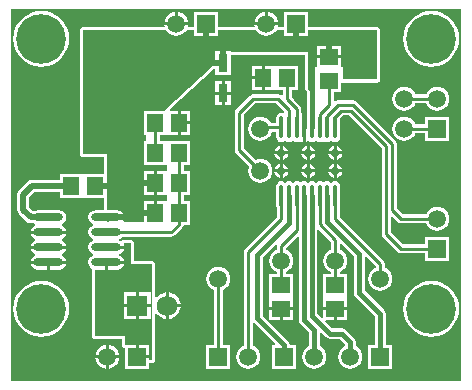
<source format=gtl>
%FSLAX44Y44*%
%MOMM*%
G71*
G01*
G75*
G04 Layer_Physical_Order=1*
G04 Layer_Color=255*
%ADD10O,2.5000X0.7000*%
%ADD11R,1.4000X1.5000*%
%ADD12R,1.5000X1.4000*%
%ADD13O,0.3500X2.0000*%
%ADD14C,0.5080*%
%ADD15C,0.2540*%
%ADD16C,0.3810*%
%ADD17R,0.8000X1.5000*%
%ADD18R,1.7500X1.7500*%
%ADD19C,1.7500*%
%ADD20R,1.5000X1.5000*%
%ADD21C,1.5000*%
%ADD22R,1.5000X1.5000*%
%ADD23C,4.2000*%
%ADD24C,0.7000*%
G36*
X888999Y929688D02*
X508001D01*
Y1244599D01*
X888999D01*
Y929688D01*
D02*
G37*
%LPC*%
G36*
X765366Y1106170D02*
X760730D01*
Y1101534D01*
X761817Y1101750D01*
X763815Y1103085D01*
X765150Y1105083D01*
X765366Y1106170D01*
D02*
G37*
G36*
X781050D02*
X776414D01*
X776630Y1105083D01*
X777965Y1103085D01*
X779963Y1101750D01*
X781050Y1101534D01*
Y1106170D01*
D02*
G37*
G36*
X788226D02*
X783590D01*
Y1101534D01*
X784677Y1101750D01*
X786675Y1103085D01*
X788009Y1105083D01*
X788226Y1106170D01*
D02*
G37*
G36*
X758190D02*
X753554D01*
X753771Y1105083D01*
X755105Y1103085D01*
X757103Y1101750D01*
X758190Y1101534D01*
Y1106170D01*
D02*
G37*
G36*
X782210Y1098684D02*
X780536Y1098351D01*
X779117Y1097403D01*
X778803D01*
X777384Y1098351D01*
X775710Y1098684D01*
X774036Y1098351D01*
X772617Y1097403D01*
X772303D01*
X770884Y1098351D01*
X769210Y1098684D01*
X767536Y1098351D01*
X766117Y1097403D01*
X765803D01*
X764384Y1098351D01*
X762710Y1098684D01*
X761036Y1098351D01*
X759617Y1097403D01*
X759303D01*
X757884Y1098351D01*
X756210Y1098684D01*
X754536Y1098351D01*
X753117Y1097403D01*
X752803D01*
X751384Y1098351D01*
X749710Y1098684D01*
X748036Y1098351D01*
X746617Y1097403D01*
X746303D01*
X744884Y1098351D01*
X743210Y1098684D01*
X741536Y1098351D01*
X740117Y1097403D01*
X739803D01*
X738384Y1098351D01*
X736710Y1098684D01*
X735036Y1098351D01*
X733617Y1097403D01*
X732669Y1095984D01*
X732336Y1094310D01*
Y1077810D01*
X732669Y1076136D01*
X732825Y1075902D01*
Y1068519D01*
X705913Y1041607D01*
X705071Y1040347D01*
X704775Y1038860D01*
Y959218D01*
X703597Y958730D01*
X701499Y957121D01*
X699890Y955023D01*
X698878Y952581D01*
X698533Y949960D01*
X698878Y947339D01*
X699890Y944897D01*
X701499Y942799D01*
X703597Y941190D01*
X706039Y940178D01*
X708660Y939833D01*
X711281Y940178D01*
X713723Y941190D01*
X715821Y942799D01*
X717430Y944897D01*
X718442Y947339D01*
X718787Y949960D01*
X718442Y952581D01*
X717430Y955023D01*
X715821Y957121D01*
X713723Y958730D01*
X712545Y959218D01*
Y978647D01*
X713718Y979133D01*
X731677Y961173D01*
X731191Y960000D01*
X729100D01*
Y939920D01*
X749180D01*
Y960000D01*
X743672D01*
Y960120D01*
X743327Y961854D01*
X742345Y963325D01*
X720812Y984857D01*
Y1034443D01*
X731766Y1045397D01*
X732886Y1044798D01*
X732715Y1043940D01*
Y1040498D01*
X731537Y1040010D01*
X729439Y1038401D01*
X727830Y1036303D01*
X726818Y1033861D01*
X726473Y1031240D01*
X726818Y1028619D01*
X727830Y1026177D01*
X729439Y1024079D01*
X731537Y1022470D01*
X732715Y1021982D01*
Y1020300D01*
X726560D01*
Y1001220D01*
X726560Y1001220D01*
X726560Y1000300D01*
X726560D01*
Y992030D01*
X746640D01*
Y1000300D01*
D01*
Y1000300D01*
X746640Y1000300D01*
Y1001220D01*
X746640D01*
Y1020300D01*
X740485D01*
Y1021982D01*
X741663Y1022470D01*
X743761Y1024079D01*
X745370Y1026177D01*
X746382Y1028619D01*
X746727Y1031240D01*
X746382Y1033861D01*
X745370Y1036303D01*
X743761Y1038401D01*
X741663Y1040010D01*
X740485Y1040498D01*
Y1042331D01*
X750505Y1052351D01*
X751678Y1051865D01*
Y981150D01*
X752023Y979416D01*
X753005Y977945D01*
X760008Y970943D01*
Y958950D01*
X759477Y958730D01*
X757379Y957121D01*
X755770Y955023D01*
X754758Y952581D01*
X754413Y949960D01*
X754758Y947339D01*
X755770Y944897D01*
X757379Y942799D01*
X759477Y941190D01*
X761919Y940178D01*
X764540Y939833D01*
X767161Y940178D01*
X769603Y941190D01*
X771701Y942799D01*
X773310Y944897D01*
X774322Y947339D01*
X774667Y949960D01*
X774322Y952581D01*
X773310Y955023D01*
X771701Y957121D01*
X769603Y958730D01*
X769072Y958950D01*
Y970379D01*
X770245Y970865D01*
X774670Y966440D01*
X776141Y965458D01*
X777875Y965113D01*
X777875Y965113D01*
X786158D01*
X790488Y960783D01*
Y958950D01*
X789957Y958730D01*
X787859Y957121D01*
X786250Y955023D01*
X785238Y952581D01*
X784893Y949960D01*
X785238Y947339D01*
X786250Y944897D01*
X787859Y942799D01*
X789957Y941190D01*
X792399Y940178D01*
X795020Y939833D01*
X797641Y940178D01*
X800083Y941190D01*
X802181Y942799D01*
X803790Y944897D01*
X804802Y947339D01*
X805147Y949960D01*
X804802Y952581D01*
X803790Y955023D01*
X802181Y957121D01*
X800083Y958730D01*
X799552Y958950D01*
Y962660D01*
X799552Y962660D01*
X799207Y964394D01*
X798716Y965129D01*
X798225Y965865D01*
X798225Y965865D01*
X791240Y972850D01*
X789769Y973832D01*
X788035Y974177D01*
X779752D01*
X773883Y980047D01*
X774369Y981220D01*
X781050D01*
Y989490D01*
X772280D01*
Y983309D01*
X771107Y982823D01*
X767242Y986687D01*
Y1056945D01*
X768415Y1057431D01*
X778435Y1047411D01*
Y1040498D01*
X777257Y1040010D01*
X775159Y1038401D01*
X773550Y1036303D01*
X772538Y1033861D01*
X772193Y1031240D01*
X772538Y1028619D01*
X773550Y1026177D01*
X775159Y1024079D01*
X777257Y1022470D01*
X778435Y1021982D01*
Y1020300D01*
X772280D01*
Y1001220D01*
X772280Y1001220D01*
X772280Y1000300D01*
X772280D01*
Y992030D01*
X792360D01*
Y1000300D01*
D01*
Y1000300D01*
X792360Y1000300D01*
Y1001220D01*
X792360D01*
Y1020300D01*
X786205D01*
Y1021982D01*
X787383Y1022470D01*
X789481Y1024079D01*
X791090Y1026177D01*
X792102Y1028619D01*
X792447Y1031240D01*
X792102Y1033861D01*
X791090Y1036303D01*
X789481Y1038401D01*
X787383Y1040010D01*
X786205Y1040498D01*
Y1045149D01*
X787378Y1045635D01*
X798108Y1034905D01*
Y1004187D01*
X798108Y1004187D01*
X798108D01*
X798453Y1002453D01*
X799435Y1000983D01*
X815888Y984530D01*
Y960000D01*
X810380D01*
Y939920D01*
X830460D01*
Y960000D01*
X824952D01*
Y986407D01*
X824607Y988142D01*
X823625Y989612D01*
X823625Y989612D01*
X807172Y1006065D01*
Y1034795D01*
X808345Y1035281D01*
X816535Y1027091D01*
Y1025258D01*
X815357Y1024770D01*
X813259Y1023161D01*
X811650Y1021063D01*
X810638Y1018621D01*
X810293Y1016000D01*
X810638Y1013379D01*
X811650Y1010937D01*
X813259Y1008839D01*
X815357Y1007230D01*
X817799Y1006218D01*
X820420Y1005873D01*
X823041Y1006218D01*
X825483Y1007230D01*
X827581Y1008839D01*
X829190Y1010937D01*
X830202Y1013379D01*
X830547Y1016000D01*
X830202Y1018621D01*
X829190Y1021063D01*
X827581Y1023161D01*
X825483Y1024770D01*
X824305Y1025258D01*
Y1028700D01*
X824009Y1030187D01*
X823167Y1031447D01*
X786095Y1068519D01*
Y1075902D01*
X786251Y1076136D01*
X786584Y1077810D01*
Y1094310D01*
X786251Y1095984D01*
X785303Y1097403D01*
X783884Y1098351D01*
X782210Y1098684D01*
D02*
G37*
G36*
X735330Y1106170D02*
X730694D01*
X730910Y1105083D01*
X732245Y1103085D01*
X734243Y1101750D01*
X735330Y1101534D01*
Y1106170D01*
D02*
G37*
G36*
X742506D02*
X737870D01*
Y1101534D01*
X738957Y1101750D01*
X740955Y1103085D01*
X742290Y1105083D01*
X742506Y1106170D01*
D02*
G37*
G36*
X735330Y1113346D02*
X734243Y1113130D01*
X732245Y1111795D01*
X730910Y1109797D01*
X730694Y1108710D01*
X735330D01*
Y1113346D01*
D02*
G37*
G36*
X783590D02*
Y1108710D01*
X788226D01*
X788009Y1109797D01*
X786675Y1111795D01*
X784677Y1113130D01*
X783590Y1113346D01*
D02*
G37*
G36*
X735330Y1121410D02*
X730694D01*
X730910Y1120323D01*
X732245Y1118325D01*
X734243Y1116991D01*
X735330Y1116774D01*
Y1121410D01*
D02*
G37*
G36*
X742506D02*
X737870D01*
Y1116774D01*
X738957Y1116991D01*
X740955Y1118325D01*
X742290Y1120323D01*
X742506Y1121410D01*
D02*
G37*
G36*
X781050Y1113346D02*
X779963Y1113130D01*
X777965Y1111795D01*
X776630Y1109797D01*
X776414Y1108710D01*
X781050D01*
Y1113346D01*
D02*
G37*
G36*
X737870D02*
Y1108710D01*
X742506D01*
X742290Y1109797D01*
X740955Y1111795D01*
X738957Y1113130D01*
X737870Y1113346D01*
D02*
G37*
G36*
X758190D02*
X757103Y1113130D01*
X755105Y1111795D01*
X753771Y1109797D01*
X753554Y1108710D01*
X758190D01*
Y1113346D01*
D02*
G37*
G36*
X760730D02*
Y1108710D01*
X765366D01*
X765150Y1109797D01*
X763815Y1111795D01*
X761817Y1113130D01*
X760730Y1113346D01*
D02*
G37*
G36*
X554286Y1054100D02*
X524474D01*
X524690Y1053013D01*
X526025Y1051015D01*
X528023Y1049680D01*
X528151Y1049655D01*
Y1048385D01*
X528023Y1048360D01*
X526025Y1047025D01*
X524690Y1045027D01*
X524474Y1043940D01*
X554286D01*
X554070Y1045027D01*
X552735Y1047025D01*
X550737Y1048360D01*
X550609Y1048385D01*
Y1049655D01*
X550737Y1049680D01*
X552735Y1051015D01*
X554070Y1053013D01*
X554286Y1054100D01*
D02*
G37*
G36*
X590550Y959919D02*
Y951230D01*
X599239D01*
X599062Y952581D01*
X598050Y955023D01*
X596441Y957121D01*
X594343Y958730D01*
X591901Y959742D01*
X590550Y959919D01*
D02*
G37*
G36*
X533400Y1014254D02*
X528785Y1013799D01*
X524348Y1012453D01*
X520259Y1010267D01*
X516674Y1007326D01*
X513732Y1003741D01*
X511547Y999652D01*
X510201Y995215D01*
X509746Y990600D01*
X510201Y985985D01*
X511547Y981548D01*
X513732Y977459D01*
X516674Y973874D01*
X520259Y970932D01*
X524348Y968747D01*
X528785Y967401D01*
X533400Y966946D01*
X538015Y967401D01*
X542452Y968747D01*
X546541Y970932D01*
X550126Y973874D01*
X553068Y977459D01*
X555253Y981548D01*
X556599Y985985D01*
X557054Y990600D01*
X556599Y995215D01*
X555253Y999652D01*
X553068Y1003741D01*
X550126Y1007326D01*
X546541Y1010267D01*
X542452Y1012453D01*
X538015Y1013799D01*
X533400Y1014254D01*
D02*
G37*
G36*
X863600D02*
X858985Y1013799D01*
X854548Y1012453D01*
X850459Y1010267D01*
X846874Y1007326D01*
X843932Y1003741D01*
X841747Y999652D01*
X840401Y995215D01*
X839946Y990600D01*
X840401Y985985D01*
X841747Y981548D01*
X843932Y977459D01*
X846874Y973874D01*
X850459Y970932D01*
X854548Y968747D01*
X858985Y967401D01*
X863600Y966946D01*
X868215Y967401D01*
X872652Y968747D01*
X876741Y970932D01*
X880326Y973874D01*
X883268Y977459D01*
X885453Y981548D01*
X886799Y985985D01*
X887254Y990600D01*
X886799Y995215D01*
X885453Y999652D01*
X883268Y1003741D01*
X880326Y1007326D01*
X876741Y1010267D01*
X872652Y1012453D01*
X868215Y1013799D01*
X863600Y1014254D01*
D02*
G37*
G36*
X588010Y959919D02*
X586659Y959742D01*
X584217Y958730D01*
X582119Y957121D01*
X580510Y955023D01*
X579498Y952581D01*
X579321Y951230D01*
X588010D01*
Y959919D01*
D02*
G37*
G36*
X683260Y1026127D02*
X680639Y1025782D01*
X678197Y1024770D01*
X676099Y1023161D01*
X674490Y1021063D01*
X673478Y1018621D01*
X673133Y1016000D01*
X673478Y1013379D01*
X674490Y1010937D01*
X676099Y1008839D01*
X678197Y1007230D01*
X679375Y1006742D01*
Y960000D01*
X673220D01*
Y939920D01*
X693300D01*
Y960000D01*
X687145D01*
Y1006742D01*
X688323Y1007230D01*
X690421Y1008839D01*
X692030Y1010937D01*
X693042Y1013379D01*
X693387Y1016000D01*
X693042Y1018621D01*
X692030Y1021063D01*
X690421Y1023161D01*
X688323Y1024770D01*
X685881Y1025782D01*
X683260Y1026127D01*
D02*
G37*
G36*
X588010Y948690D02*
X579321D01*
X579498Y947339D01*
X580510Y944897D01*
X582119Y942799D01*
X584217Y941190D01*
X586659Y940178D01*
X588010Y940001D01*
Y948690D01*
D02*
G37*
G36*
X599239D02*
X590550D01*
Y940001D01*
X591901Y940178D01*
X594343Y941190D01*
X596441Y942799D01*
X598050Y944897D01*
X599062Y947339D01*
X599239Y948690D01*
D02*
G37*
G36*
X735330Y989490D02*
X726560D01*
Y981220D01*
X735330D01*
Y989490D01*
D02*
G37*
G36*
X538110Y1028700D02*
X524474D01*
X524690Y1027613D01*
X526025Y1025615D01*
X528023Y1024280D01*
X530380Y1023812D01*
X538110D01*
Y1028700D01*
D02*
G37*
G36*
X554286D02*
X540650D01*
Y1023812D01*
X548380D01*
X550737Y1024280D01*
X552735Y1025615D01*
X554070Y1027613D01*
X554286Y1028700D01*
D02*
G37*
G36*
Y1041400D02*
X524474D01*
X524690Y1040313D01*
X526025Y1038315D01*
X528023Y1036981D01*
X528151Y1036955D01*
Y1035685D01*
X528023Y1035659D01*
X526025Y1034325D01*
X524690Y1032327D01*
X524474Y1031240D01*
X554286D01*
X554070Y1032327D01*
X552735Y1034325D01*
X550737Y1035659D01*
X550609Y1035685D01*
Y1036955D01*
X550737Y1036981D01*
X552735Y1038315D01*
X554070Y1040313D01*
X554286Y1041400D01*
D02*
G37*
G36*
X641350Y1004360D02*
Y994410D01*
X651300D01*
X651079Y996087D01*
X649942Y998834D01*
X648132Y1001192D01*
X645774Y1003002D01*
X643027Y1004139D01*
X641350Y1004360D01*
D02*
G37*
G36*
X746640Y989490D02*
X737870D01*
Y981220D01*
X746640D01*
Y989490D01*
D02*
G37*
G36*
X792360D02*
X783590D01*
Y981220D01*
X792360D01*
Y989490D01*
D02*
G37*
G36*
X651300Y991870D02*
X641350D01*
Y981920D01*
X643027Y982141D01*
X645774Y983278D01*
X648132Y985088D01*
X649942Y987446D01*
X651079Y990193D01*
X651300Y991870D01*
D02*
G37*
G36*
X731060Y1196220D02*
Y1196220D01*
X722790D01*
Y1186180D01*
Y1176140D01*
X731060D01*
Y1176140D01*
X731060D01*
X731060Y1176140D01*
X731980D01*
Y1176140D01*
X737795D01*
Y1171833D01*
X736675Y1171235D01*
X735547Y1171989D01*
X734060Y1172285D01*
X712724D01*
X711237Y1171989D01*
X709977Y1171147D01*
X698293Y1159463D01*
X697451Y1158203D01*
X697155Y1156716D01*
Y1125220D01*
X697155Y1125220D01*
X697155D01*
X697451Y1123733D01*
X698293Y1122473D01*
X709527Y1111240D01*
X709038Y1110061D01*
X708693Y1107440D01*
X709038Y1104819D01*
X710050Y1102377D01*
X711659Y1100279D01*
X713757Y1098670D01*
X716199Y1097658D01*
X718820Y1097313D01*
X721441Y1097658D01*
X723883Y1098670D01*
X725981Y1100279D01*
X727590Y1102377D01*
X728602Y1104819D01*
X728947Y1107440D01*
X728602Y1110061D01*
X727590Y1112503D01*
X725981Y1114601D01*
X723883Y1116210D01*
X721441Y1117222D01*
X718820Y1117567D01*
X716199Y1117222D01*
X715020Y1116733D01*
X704925Y1126829D01*
Y1155107D01*
X714333Y1164515D01*
X732451D01*
X738918Y1158048D01*
X738856Y1156780D01*
X738344Y1156359D01*
X736710Y1156684D01*
X735036Y1156351D01*
X733617Y1155403D01*
X732669Y1153984D01*
X732336Y1152310D01*
Y1147945D01*
X727639D01*
X727590Y1148063D01*
X725981Y1150161D01*
X723883Y1151770D01*
X721441Y1152782D01*
X718820Y1153127D01*
X716199Y1152782D01*
X713757Y1151770D01*
X711659Y1150161D01*
X710050Y1148063D01*
X709038Y1145621D01*
X708693Y1143000D01*
X709038Y1140379D01*
X710050Y1137937D01*
X711659Y1135839D01*
X713757Y1134230D01*
X716199Y1133218D01*
X718820Y1132873D01*
X721441Y1133218D01*
X723883Y1134230D01*
X725981Y1135839D01*
X727590Y1137937D01*
X728517Y1140175D01*
X732336D01*
Y1135810D01*
X732669Y1134136D01*
X733617Y1132717D01*
X735036Y1131769D01*
X736710Y1131436D01*
X738384Y1131769D01*
X739803Y1132717D01*
X740117D01*
X741536Y1131769D01*
X743210Y1131436D01*
X744884Y1131769D01*
X746303Y1132717D01*
X746617D01*
X748036Y1131769D01*
X749710Y1131436D01*
X751384Y1131769D01*
X752803Y1132717D01*
X753117D01*
X754536Y1131769D01*
X754940Y1131689D01*
Y1144060D01*
Y1156432D01*
X754576Y1156359D01*
X753595Y1157165D01*
Y1159934D01*
X753299Y1161421D01*
X752457Y1162681D01*
X747813Y1167325D01*
X747809Y1167347D01*
X746967Y1168607D01*
X745565Y1170009D01*
Y1176140D01*
X751060D01*
Y1196220D01*
X731980D01*
D01*
D01*
X731980Y1196220D01*
X731060D01*
D02*
G37*
G36*
X868680Y1178527D02*
X866059Y1178182D01*
X863617Y1177170D01*
X861519Y1175561D01*
X859910Y1173463D01*
X859422Y1172285D01*
X849998D01*
X849510Y1173463D01*
X847901Y1175561D01*
X845803Y1177170D01*
X843361Y1178182D01*
X840740Y1178527D01*
X838119Y1178182D01*
X835677Y1177170D01*
X833579Y1175561D01*
X831970Y1173463D01*
X830958Y1171021D01*
X830613Y1168400D01*
X830958Y1165779D01*
X831970Y1163337D01*
X833579Y1161239D01*
X835677Y1159630D01*
X838119Y1158618D01*
X840740Y1158273D01*
X843361Y1158618D01*
X845803Y1159630D01*
X847901Y1161239D01*
X849510Y1163337D01*
X849998Y1164515D01*
X859422D01*
X859910Y1163337D01*
X861519Y1161239D01*
X863617Y1159630D01*
X866059Y1158618D01*
X868680Y1158273D01*
X871301Y1158618D01*
X873743Y1159630D01*
X875841Y1161239D01*
X877450Y1163337D01*
X878462Y1165779D01*
X878807Y1168400D01*
X878462Y1171021D01*
X877450Y1173463D01*
X875841Y1175561D01*
X873743Y1177170D01*
X871301Y1178182D01*
X868680Y1178527D01*
D02*
G37*
G36*
X646430Y1241859D02*
X645079Y1241682D01*
X642637Y1240670D01*
X640539Y1239061D01*
X638930Y1236963D01*
X637918Y1234521D01*
X637741Y1233170D01*
X646430D01*
Y1241859D01*
D02*
G37*
G36*
X648970D02*
Y1233170D01*
X657659D01*
X657482Y1234521D01*
X656470Y1236963D01*
X654861Y1239061D01*
X652763Y1240670D01*
X650321Y1241682D01*
X648970Y1241859D01*
D02*
G37*
G36*
X725170D02*
Y1233170D01*
X733859D01*
X733682Y1234521D01*
X732670Y1236963D01*
X731061Y1239061D01*
X728963Y1240670D01*
X726521Y1241682D01*
X725170Y1241859D01*
D02*
G37*
G36*
X693864Y1171702D02*
X688594D01*
Y1162932D01*
X693864D01*
Y1171702D01*
D02*
G37*
G36*
X722630Y1241859D02*
X721279Y1241682D01*
X718837Y1240670D01*
X716739Y1239061D01*
X715130Y1236963D01*
X714118Y1234521D01*
X713941Y1233170D01*
X722630D01*
Y1241859D01*
D02*
G37*
G36*
X720250Y1196220D02*
X711980D01*
Y1187450D01*
X720250D01*
Y1196220D01*
D02*
G37*
G36*
X533400Y1242854D02*
X528785Y1242399D01*
X524348Y1241053D01*
X520259Y1238867D01*
X516674Y1235926D01*
X513732Y1232341D01*
X511547Y1228252D01*
X510201Y1223815D01*
X509746Y1219200D01*
X510201Y1214585D01*
X511547Y1210148D01*
X513732Y1206059D01*
X516674Y1202474D01*
X520259Y1199532D01*
X524348Y1197347D01*
X528785Y1196001D01*
X533400Y1195546D01*
X538015Y1196001D01*
X542452Y1197347D01*
X546541Y1199532D01*
X550126Y1202474D01*
X553068Y1206059D01*
X555253Y1210148D01*
X556599Y1214585D01*
X557054Y1219200D01*
X556599Y1223815D01*
X555253Y1228252D01*
X553068Y1232341D01*
X550126Y1235926D01*
X546541Y1238867D01*
X542452Y1241053D01*
X538015Y1242399D01*
X533400Y1242854D01*
D02*
G37*
G36*
X863600D02*
X858985Y1242399D01*
X854548Y1241053D01*
X850459Y1238867D01*
X846874Y1235926D01*
X843932Y1232341D01*
X841747Y1228252D01*
X840401Y1223815D01*
X839946Y1219200D01*
X840401Y1214585D01*
X841747Y1210148D01*
X843932Y1206059D01*
X846874Y1202474D01*
X850459Y1199532D01*
X854548Y1197347D01*
X858985Y1196001D01*
X863600Y1195546D01*
X868215Y1196001D01*
X872652Y1197347D01*
X876741Y1199532D01*
X880326Y1202474D01*
X883268Y1206059D01*
X885453Y1210148D01*
X886799Y1214585D01*
X887254Y1219200D01*
X886799Y1223815D01*
X885453Y1228252D01*
X883268Y1232341D01*
X880326Y1235926D01*
X876741Y1238867D01*
X872652Y1241053D01*
X868215Y1242399D01*
X863600Y1242854D01*
D02*
G37*
G36*
X759340Y1241940D02*
X739260D01*
Y1229410D01*
X734662D01*
X733824Y1230365D01*
X733859Y1230630D01*
X713941D01*
X713976Y1230365D01*
X713138Y1229410D01*
X683140D01*
Y1241940D01*
X663060D01*
Y1229410D01*
X658462D01*
X657625Y1230365D01*
X657659Y1230630D01*
X637741D01*
X637775Y1230365D01*
X636938Y1229410D01*
X568960D01*
X567969Y1229213D01*
X567129Y1228651D01*
X566567Y1227811D01*
X566370Y1226820D01*
Y1121634D01*
X566567Y1120643D01*
X567129Y1119803D01*
X567969Y1119241D01*
X568960Y1119044D01*
X586690D01*
Y1104780D01*
X569420D01*
D01*
D01*
X569420Y1104780D01*
X568500D01*
Y1104780D01*
X549420D01*
Y1099920D01*
X525780D01*
X523798Y1099525D01*
X522118Y1098402D01*
X514497Y1090782D01*
X513375Y1089102D01*
X512980Y1087120D01*
Y1074420D01*
X512980Y1074420D01*
X512980D01*
X513375Y1072438D01*
X514497Y1070758D01*
X520848Y1064408D01*
X522528Y1063285D01*
X524510Y1062890D01*
X527260D01*
X528023Y1062381D01*
X528151Y1062355D01*
Y1061085D01*
X528023Y1061059D01*
X526025Y1059725D01*
X524690Y1057727D01*
X524474Y1056640D01*
X554286D01*
X554070Y1057727D01*
X552735Y1059725D01*
X550737Y1061059D01*
X550609Y1061085D01*
Y1062355D01*
X550737Y1062381D01*
X552735Y1063715D01*
X554070Y1065713D01*
X554538Y1068070D01*
X554070Y1070427D01*
X552735Y1072425D01*
X550737Y1073760D01*
X548380Y1074228D01*
X530380D01*
X528023Y1073760D01*
X527260Y1073250D01*
X526655D01*
X523340Y1076565D01*
Y1084975D01*
X527925Y1089560D01*
X549420D01*
Y1084700D01*
X568500D01*
Y1084700D01*
X568500D01*
X568500Y1084700D01*
X569420D01*
Y1084700D01*
X586690D01*
Y1074228D01*
X579380D01*
X577023Y1073760D01*
X575025Y1072425D01*
X573690Y1070427D01*
X573222Y1068070D01*
X573690Y1065713D01*
X575025Y1063715D01*
X577023Y1062381D01*
X577151Y1062355D01*
Y1061085D01*
X577023Y1061059D01*
X575025Y1059725D01*
X573690Y1057727D01*
X573222Y1055370D01*
X573690Y1053013D01*
X575025Y1051015D01*
X577023Y1049680D01*
X577151Y1049655D01*
Y1048385D01*
X577023Y1048360D01*
X575025Y1047025D01*
X573690Y1045027D01*
X573222Y1042670D01*
X573690Y1040313D01*
X575025Y1038315D01*
X577023Y1036981D01*
X577151Y1036955D01*
Y1035685D01*
X577023Y1035659D01*
X575025Y1034325D01*
X573690Y1032327D01*
X573222Y1029970D01*
X573690Y1027613D01*
X575025Y1025615D01*
X576708Y1024491D01*
X576653Y1024216D01*
X576543Y1023852D01*
X576555Y1023724D01*
X576530Y1023598D01*
Y967740D01*
X576727Y966749D01*
X577289Y965909D01*
X578129Y965347D01*
X579120Y965150D01*
X601930D01*
Y960120D01*
X602127Y959129D01*
X602689Y958289D01*
X602809Y958169D01*
X602809Y958169D01*
X603649Y957607D01*
X604640Y957410D01*
Y939920D01*
X624720D01*
Y944830D01*
X627380D01*
X628371Y945027D01*
X629211Y945589D01*
X629773Y946429D01*
X629970Y947420D01*
Y985795D01*
X631172Y986203D01*
X632028Y985088D01*
X634386Y983278D01*
X637133Y982141D01*
X638810Y981920D01*
Y993140D01*
Y1004360D01*
X637133Y1004139D01*
X634386Y1003002D01*
X632028Y1001192D01*
X631172Y1000077D01*
X629970Y1000485D01*
Y1028700D01*
X629773Y1029691D01*
X629211Y1030531D01*
X628371Y1031093D01*
X627380Y1031290D01*
X612190D01*
Y1046480D01*
X611993Y1047471D01*
X611431Y1048311D01*
X610591Y1048873D01*
X609600Y1049070D01*
X603446D01*
X603072Y1048996D01*
X602694Y1048958D01*
X602580Y1048898D01*
X602454Y1048873D01*
X602138Y1048661D01*
X601803Y1048482D01*
X601721Y1048383D01*
X601614Y1048311D01*
X601403Y1047995D01*
X601162Y1047701D01*
X600842Y1047621D01*
X599737Y1048360D01*
X599609Y1048385D01*
Y1049655D01*
X599737Y1049680D01*
X601735Y1051015D01*
X602049Y1051485D01*
X643570D01*
X645057Y1051781D01*
X646317Y1052623D01*
X646317Y1052623D01*
X646317Y1052623D01*
X652827Y1059133D01*
X653669Y1060393D01*
X653957Y1061840D01*
X659620D01*
Y1081920D01*
X653965D01*
Y1087240D01*
X659620D01*
Y1107320D01*
X654125D01*
Y1112640D01*
X659620D01*
Y1132720D01*
X640540D01*
D01*
D01*
X640540Y1132720D01*
X639620D01*
Y1132720D01*
X633965D01*
Y1138040D01*
X639620D01*
Y1138040D01*
X639620D01*
X639620Y1138040D01*
X640540D01*
Y1138040D01*
X648810D01*
Y1148080D01*
Y1158120D01*
X642657D01*
X642200Y1159305D01*
X679494Y1193193D01*
X680784D01*
Y1188332D01*
X693864D01*
Y1205766D01*
X756870D01*
Y1176975D01*
X756920Y1176725D01*
Y1176470D01*
X757018Y1176234D01*
X757067Y1175984D01*
X757209Y1175772D01*
X757307Y1175536D01*
X757958Y1174562D01*
X758152Y1173583D01*
Y1157299D01*
X757644Y1156882D01*
X757480Y1156832D01*
Y1144060D01*
Y1131689D01*
X757884Y1131769D01*
X759303Y1132717D01*
X759617D01*
X761036Y1131769D01*
X762710Y1131436D01*
X764384Y1131769D01*
X765803Y1132717D01*
X766117D01*
X767536Y1131769D01*
X769210Y1131436D01*
X770884Y1131769D01*
X772303Y1132717D01*
X772617D01*
X774036Y1131769D01*
X775710Y1131436D01*
X777384Y1131769D01*
X778803Y1132717D01*
X779117D01*
X780536Y1131769D01*
X782210Y1131436D01*
X783884Y1131769D01*
X785303Y1132717D01*
X786251Y1134136D01*
X786584Y1135810D01*
Y1151930D01*
X789009Y1154355D01*
X793847D01*
X821615Y1126587D01*
Y1054100D01*
X821615Y1054100D01*
X821615D01*
X821911Y1052613D01*
X822753Y1051353D01*
X835453Y1038653D01*
X835453D01*
X835453Y1038653D01*
X835453Y1038653D01*
Y1038653D01*
X836713Y1037811D01*
X838200Y1037515D01*
X858640D01*
Y1031360D01*
X878720D01*
Y1051440D01*
X858640D01*
Y1045285D01*
X839809D01*
X829385Y1055709D01*
Y1068462D01*
X830558Y1068948D01*
X835453Y1064053D01*
X835453D01*
X835453Y1064053D01*
X835453Y1064053D01*
Y1064053D01*
X836713Y1063211D01*
X838200Y1062915D01*
X859422D01*
X859910Y1061737D01*
X861519Y1059639D01*
X863617Y1058030D01*
X866059Y1057018D01*
X868680Y1056673D01*
X871301Y1057018D01*
X873743Y1058030D01*
X875841Y1059639D01*
X877450Y1061737D01*
X878462Y1064179D01*
X878807Y1066800D01*
X878462Y1069421D01*
X877450Y1071863D01*
X875841Y1073961D01*
X873743Y1075570D01*
X871301Y1076582D01*
X868680Y1076927D01*
X866059Y1076582D01*
X863617Y1075570D01*
X861519Y1073961D01*
X859910Y1071863D01*
X859422Y1070685D01*
X839809D01*
X834465Y1076029D01*
Y1130300D01*
X834169Y1131787D01*
X833327Y1133047D01*
X800307Y1166067D01*
X799047Y1166909D01*
X797560Y1167205D01*
X784860D01*
X783373Y1166909D01*
X782245Y1166155D01*
X781125Y1166753D01*
Y1174260D01*
X787280D01*
Y1181414D01*
X788262Y1182220D01*
X788670Y1182139D01*
X817880D01*
X818871Y1182336D01*
X819711Y1182897D01*
X820273Y1183737D01*
X820470Y1184729D01*
Y1226820D01*
X820273Y1227811D01*
X819711Y1228651D01*
X818871Y1229213D01*
X817880Y1229410D01*
X759340D01*
Y1241940D01*
D02*
G37*
G36*
X686054Y1183012D02*
X680784D01*
Y1174242D01*
X686054D01*
Y1183012D01*
D02*
G37*
G36*
X693864D02*
X688594D01*
Y1174242D01*
X693864D01*
Y1183012D01*
D02*
G37*
G36*
X720250Y1184910D02*
X711980D01*
Y1176140D01*
X720250D01*
Y1184910D01*
D02*
G37*
G36*
X735330Y1128586D02*
X734243Y1128370D01*
X732245Y1127035D01*
X730910Y1125037D01*
X730694Y1123950D01*
X735330D01*
Y1128586D01*
D02*
G37*
G36*
X737870D02*
Y1123950D01*
X742506D01*
X742290Y1125037D01*
X740955Y1127035D01*
X738957Y1128370D01*
X737870Y1128586D01*
D02*
G37*
G36*
X758190D02*
X757103Y1128370D01*
X755105Y1127035D01*
X753771Y1125037D01*
X753554Y1123950D01*
X758190D01*
Y1128586D01*
D02*
G37*
G36*
X788226Y1121410D02*
X783590D01*
Y1116774D01*
X784677Y1116991D01*
X786675Y1118325D01*
X788009Y1120323D01*
X788226Y1121410D01*
D02*
G37*
G36*
X758190D02*
X753554D01*
X753771Y1120323D01*
X755105Y1118325D01*
X757103Y1116991D01*
X758190Y1116774D01*
Y1121410D01*
D02*
G37*
G36*
X765366D02*
X760730D01*
Y1116774D01*
X761817Y1116991D01*
X763815Y1118325D01*
X765150Y1120323D01*
X765366Y1121410D01*
D02*
G37*
G36*
X781050D02*
X776414D01*
X776630Y1120323D01*
X777965Y1118325D01*
X779963Y1116991D01*
X781050Y1116774D01*
Y1121410D01*
D02*
G37*
G36*
X659620Y1146810D02*
X651350D01*
Y1138040D01*
X659620D01*
Y1146810D01*
D02*
G37*
G36*
X840740Y1153127D02*
X838119Y1152782D01*
X835677Y1151770D01*
X833579Y1150161D01*
X831970Y1148063D01*
X830958Y1145621D01*
X830613Y1143000D01*
X830958Y1140379D01*
X831970Y1137937D01*
X833579Y1135839D01*
X835677Y1134230D01*
X838119Y1133218D01*
X840740Y1132873D01*
X843361Y1133218D01*
X845803Y1134230D01*
X847901Y1135839D01*
X849510Y1137937D01*
X849998Y1139115D01*
X858640D01*
Y1132960D01*
X878720D01*
Y1153040D01*
X858640D01*
Y1146885D01*
X849998D01*
X849510Y1148063D01*
X847901Y1150161D01*
X845803Y1151770D01*
X843361Y1152782D01*
X840740Y1153127D01*
D02*
G37*
G36*
X686054Y1171702D02*
X680784D01*
Y1162932D01*
X686054D01*
Y1171702D01*
D02*
G37*
G36*
X659620Y1158120D02*
X651350D01*
Y1149350D01*
X659620D01*
Y1158120D01*
D02*
G37*
G36*
X781050Y1128586D02*
X779963Y1128370D01*
X777965Y1127035D01*
X776630Y1125037D01*
X776414Y1123950D01*
X781050D01*
Y1128586D01*
D02*
G37*
G36*
X783590D02*
Y1123950D01*
X788226D01*
X788009Y1125037D01*
X786675Y1127035D01*
X784677Y1128370D01*
X783590Y1128586D01*
D02*
G37*
G36*
X760730D02*
Y1123950D01*
X765366D01*
X765150Y1125037D01*
X763815Y1127035D01*
X761817Y1128370D01*
X760730Y1128586D01*
D02*
G37*
%LPD*%
G36*
X609600Y1028700D02*
X627380D01*
Y947420D01*
X624720D01*
Y948690D01*
X614680D01*
Y949960D01*
X613410D01*
Y960000D01*
X604640D01*
D01*
X604640D01*
X604520Y960120D01*
Y967740D01*
X579120D01*
Y1023598D01*
X579380Y1023812D01*
X587110D01*
Y1029970D01*
X588380D01*
Y1031240D01*
X603286D01*
X603070Y1032327D01*
X601735Y1034325D01*
X599737Y1035659D01*
X599609Y1035685D01*
Y1036955D01*
X599737Y1036981D01*
X601735Y1038315D01*
X603070Y1040313D01*
X603286Y1041400D01*
X588380D01*
Y1043940D01*
X603286D01*
X603070Y1045027D01*
X602847Y1045360D01*
X603446Y1046480D01*
X609600D01*
Y1028700D01*
D02*
G37*
G36*
X750570Y1221860D02*
X759340D01*
Y1226820D01*
X817880D01*
Y1184729D01*
X788670D01*
Y1195251D01*
X787280D01*
Y1202530D01*
X767200D01*
Y1195251D01*
X764771D01*
Y1163683D01*
Y1157686D01*
X763980Y1156902D01*
Y1144060D01*
X761440D01*
Y1156721D01*
X760742Y1157294D01*
Y1173838D01*
X760397Y1175572D01*
X759460Y1176975D01*
Y1208356D01*
X693864D01*
Y1208412D01*
X688594D01*
Y1198372D01*
X687324D01*
Y1197102D01*
X679946D01*
X637177Y1158240D01*
X622300D01*
Y1158120D01*
X620540D01*
Y1138040D01*
X622300D01*
Y1132720D01*
X620540D01*
Y1112640D01*
X639620D01*
D01*
X639620D01*
X640080Y1112180D01*
Y1107320D01*
X640080D01*
X639620D01*
X639182Y1107320D01*
X639182Y1107320D01*
Y1107320D01*
X631350D01*
Y1097280D01*
Y1087240D01*
X639182D01*
X639182Y1087240D01*
Y1087240D01*
X639620Y1087240D01*
X640080Y1086780D01*
Y1081920D01*
X639620D01*
Y1081920D01*
X631350D01*
Y1071880D01*
X630080D01*
Y1070610D01*
X620540D01*
Y1064260D01*
X603446D01*
X602847Y1065380D01*
X603070Y1065713D01*
X603286Y1066800D01*
X588380D01*
Y1069340D01*
X603286D01*
X603070Y1070427D01*
X601735Y1072425D01*
X599737Y1073760D01*
X597380Y1074228D01*
X589280D01*
Y1093470D01*
X578960D01*
Y1096010D01*
X589280D01*
Y1121634D01*
X568960D01*
Y1226820D01*
X638943D01*
X640539Y1224739D01*
X642637Y1223130D01*
X645079Y1222118D01*
X647700Y1221773D01*
X650321Y1222118D01*
X652763Y1223130D01*
X654861Y1224739D01*
X656457Y1226820D01*
X663060D01*
Y1221860D01*
X671830D01*
Y1231900D01*
X674370D01*
Y1221860D01*
X683140D01*
Y1226820D01*
X715143D01*
X716739Y1224739D01*
X718837Y1223130D01*
X721279Y1222118D01*
X723900Y1221773D01*
X726521Y1222118D01*
X728963Y1223130D01*
X731061Y1224739D01*
X732657Y1226820D01*
X739260D01*
Y1221860D01*
X748030D01*
Y1231900D01*
X750570D01*
Y1221860D01*
D02*
G37*
%LPC*%
G36*
X787280Y1213340D02*
X778510D01*
Y1205070D01*
X787280D01*
Y1213340D01*
D02*
G37*
G36*
X624720Y960000D02*
X615950D01*
Y951230D01*
X624720D01*
Y960000D01*
D02*
G37*
G36*
X775970Y1213340D02*
X767200D01*
Y1205070D01*
X775970D01*
Y1213340D01*
D02*
G37*
G36*
X628810Y1081920D02*
X620540D01*
Y1073150D01*
X628810D01*
Y1081920D01*
D02*
G37*
G36*
X603286Y1028700D02*
X589650D01*
Y1023812D01*
X597380D01*
X599737Y1024280D01*
X601735Y1025615D01*
X603070Y1027613D01*
X603286Y1028700D01*
D02*
G37*
G36*
X628810Y1107320D02*
X620540D01*
Y1098550D01*
X628810D01*
Y1107320D01*
D02*
G37*
G36*
Y1096010D02*
X620540D01*
Y1087240D01*
X628810D01*
Y1096010D01*
D02*
G37*
G36*
X625970Y1004430D02*
X615950D01*
Y994410D01*
X625970D01*
Y1004430D01*
D02*
G37*
G36*
X613410Y991870D02*
X603390D01*
Y981850D01*
X613410D01*
Y991870D01*
D02*
G37*
G36*
X686054Y1208412D02*
X680784D01*
Y1199642D01*
X686054D01*
Y1208412D01*
D02*
G37*
G36*
X613410Y1004430D02*
X603390D01*
Y994410D01*
X613410D01*
Y1004430D01*
D02*
G37*
G36*
X625970Y991870D02*
X615950D01*
Y981850D01*
X625970D01*
Y991870D01*
D02*
G37*
%LPD*%
D10*
X588380Y1029970D02*
D03*
Y1042670D02*
D03*
Y1055370D02*
D03*
Y1068070D02*
D03*
X539380Y1029970D02*
D03*
Y1042670D02*
D03*
Y1055370D02*
D03*
Y1068070D02*
D03*
D11*
X650080Y1148080D02*
D03*
X630080D02*
D03*
Y1122680D02*
D03*
X650080D02*
D03*
Y1097280D02*
D03*
X630080D02*
D03*
X558960Y1094740D02*
D03*
X578960D02*
D03*
X650080Y1071880D02*
D03*
X630080D02*
D03*
X741520Y1186180D02*
D03*
X721520D02*
D03*
D12*
X777240Y1203800D02*
D03*
Y1183800D02*
D03*
X736600Y1010760D02*
D03*
Y990760D02*
D03*
X782320Y1010760D02*
D03*
Y990760D02*
D03*
D13*
X782210Y1144060D02*
D03*
X775710D02*
D03*
X769210D02*
D03*
X762710D02*
D03*
X756210D02*
D03*
X749710D02*
D03*
X743210D02*
D03*
X736710D02*
D03*
X782210Y1086060D02*
D03*
X775710D02*
D03*
X769210D02*
D03*
X762710D02*
D03*
X756210D02*
D03*
X749710D02*
D03*
X743210D02*
D03*
X736710D02*
D03*
D14*
X665480Y1198372D02*
X687324D01*
Y1210056D01*
X749300Y1216660D02*
Y1231900D01*
X673100Y1211580D02*
Y1231900D01*
X617220Y1071880D02*
X630080D01*
X617220Y1097280D02*
X630080D01*
X605790Y1068070D02*
Y1158240D01*
X588380Y1068070D02*
X605790D01*
X588380D02*
X589650Y1066800D01*
X578960Y1094740D02*
X605790D01*
X518160Y1087120D02*
X525780Y1094740D01*
X558960D01*
X518160Y1074420D02*
Y1087120D01*
Y1074420D02*
X524510Y1068070D01*
X539380D01*
X777240Y1219200D02*
X787400D01*
X777240Y1208880D02*
X782320Y1203800D01*
X777240Y1208880D02*
Y1219200D01*
X767080D02*
X777240D01*
X762710Y1178560D02*
Y1214830D01*
X767080Y1219200D01*
D15*
X701040Y1125220D02*
Y1156716D01*
X712724Y1168400D01*
X718820Y1144060D02*
X736710D01*
X712724Y1168400D02*
X734060D01*
X830580Y1074420D02*
X838200Y1066800D01*
Y1041400D02*
X863600D01*
X825500Y1054100D02*
X838200Y1041400D01*
X683260Y949960D02*
Y1016000D01*
X708660Y949960D02*
Y1038860D01*
X736710Y1066910D01*
X588380Y1055370D02*
X643570D01*
X650080Y1061880D01*
Y1071880D01*
X630080Y1122680D02*
Y1148080D01*
X650080Y1071880D02*
Y1097280D01*
X650240Y1097440D02*
Y1122680D01*
X775710Y1154170D02*
X784860Y1163320D01*
X775710Y1144060D02*
Y1154170D01*
X782210Y1144060D02*
Y1153050D01*
X749710Y1057050D02*
Y1086060D01*
X736600Y1043940D02*
X749710Y1057050D01*
X782210Y1153050D02*
X787400Y1158240D01*
X744220Y1165424D02*
Y1165860D01*
X749710Y1144060D02*
Y1159934D01*
X744220Y1165424D02*
X749710Y1159934D01*
X743210Y1144060D02*
Y1159250D01*
X734060Y1168400D02*
X743210Y1159250D01*
X769210Y1062130D02*
Y1086060D01*
Y1062130D02*
X782320Y1049020D01*
X782210Y1066910D02*
Y1086060D01*
Y1066910D02*
X820420Y1028700D01*
X769210Y1144060D02*
Y1155290D01*
X777240Y1163320D01*
Y1178720D01*
X782320Y1183800D01*
X736600Y1031240D02*
Y1043940D01*
X782320Y1031240D02*
Y1049020D01*
Y1010760D02*
Y1031240D01*
X736600Y1010760D02*
Y1031240D01*
X736710Y1066910D02*
Y1086060D01*
X741680Y1168400D02*
X744220Y1165860D01*
X741680Y1168400D02*
Y1186340D01*
X820420Y1016000D02*
Y1028700D01*
X784860Y1163320D02*
X797560D01*
X830580Y1130300D01*
Y1074420D02*
Y1130300D01*
X787400Y1158240D02*
X795456D01*
X825500Y1128196D01*
Y1054100D02*
Y1128196D01*
X701040Y1125220D02*
X718820Y1107440D01*
X840740Y1168400D02*
X868680D01*
X840740Y1143000D02*
X868680D01*
X838200Y1066800D02*
X863600D01*
D16*
X716280Y982980D02*
X739140Y960120D01*
X716280Y982980D02*
Y1036320D01*
X743210Y1063250D01*
X739140Y949960D02*
Y960120D01*
X764540Y957580D02*
Y972820D01*
X756210Y981150D02*
X764540Y972820D01*
X756210Y981150D02*
Y1086060D01*
X762710Y984810D02*
X777875Y969645D01*
X762710Y984810D02*
Y1086060D01*
X795020Y952500D02*
Y962660D01*
X788035Y969645D02*
X795020Y962660D01*
X777875Y969645D02*
X788035D01*
X820420Y949960D02*
Y986407D01*
X743210Y1063250D02*
Y1086060D01*
X762710Y1144060D02*
Y1178560D01*
X802640Y1004187D02*
X820420Y986407D01*
X802640Y1004187D02*
Y1036782D01*
X775710Y1063712D02*
Y1086060D01*
Y1063712D02*
X802640Y1036782D01*
X756210Y1144060D02*
Y1173838D01*
D17*
X687324Y1198372D02*
D03*
Y1172972D02*
D03*
D18*
X614680Y993140D02*
D03*
D19*
X640080D02*
D03*
D20*
X749300Y1231900D02*
D03*
X673100D02*
D03*
X614680Y949960D02*
D03*
X820420D02*
D03*
X739140D02*
D03*
X683260D02*
D03*
D21*
X723900Y1231900D02*
D03*
X647700D02*
D03*
X589280Y949960D02*
D03*
X795020D02*
D03*
X868680Y1066800D02*
D03*
Y1168400D02*
D03*
X764540Y949960D02*
D03*
X708660D02*
D03*
X718820Y1107440D02*
D03*
Y1143000D02*
D03*
X683260Y1016000D02*
D03*
X782320Y1031240D02*
D03*
X736600D02*
D03*
X820420Y1016000D02*
D03*
X840740Y1168400D02*
D03*
Y1143000D02*
D03*
D22*
X868680Y1041400D02*
D03*
Y1143000D02*
D03*
D23*
X533400Y1219200D02*
D03*
X863600D02*
D03*
X533400Y990600D02*
D03*
X863600D02*
D03*
D24*
X736600Y1122680D02*
D03*
Y1107440D02*
D03*
X782320Y1122680D02*
D03*
Y1107440D02*
D03*
X759460D02*
D03*
Y1122680D02*
D03*
M02*

</source>
